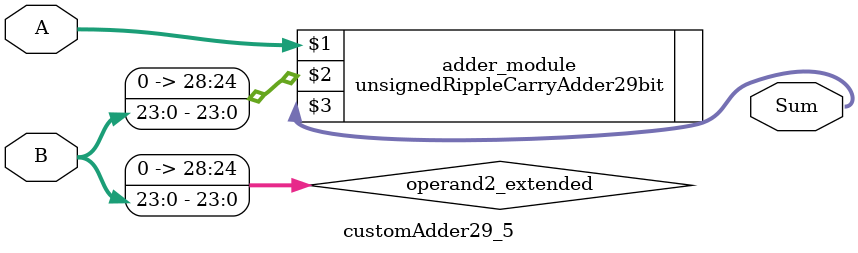
<source format=v>

module customAdder29_5(
                    input [28 : 0] A,
                    input [23 : 0] B,
                    
                    output [29 : 0] Sum
            );

    wire [28 : 0] operand2_extended;
    
    assign operand2_extended =  {5'b0, B};
    
    unsignedRippleCarryAdder29bit adder_module(
        A,
        operand2_extended,
        Sum
    );
    
endmodule
        
</source>
